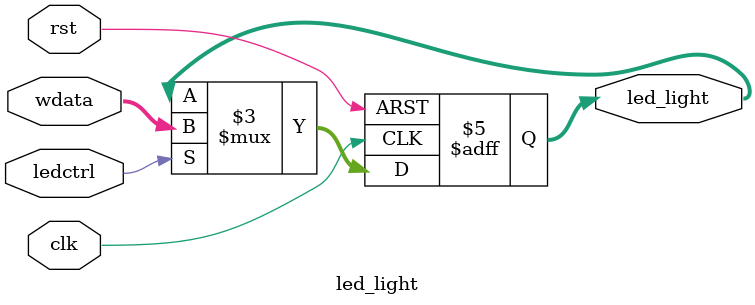
<source format=v>
`timescale 1ns / 1ps

module led_light(clk,rst,ledctrl,wdata,led_light);
input clk,rst;
input ledctrl;// means that the current station is io write(io presentation)
input[15:0] wdata;// the data should be shown
output reg[15:0] led_light;// output of led

always@(negedge clk or posedge rst) begin
        if(rst) begin
            led_light <= 16'h0000;
        end
		else begin
		    if(ledctrl)
                led_light <= wdata;
            else
                led_light <= led_light;       
        end
end

/*
ÕâÀïµÄÂß¼­ÊÇÓÃstore_data´æ´¢Ã¿´ÎiowriteÊ±ÐÞ¸ÄµÄÊý¾Ý£¬È»ºóÓÃoutmodeÀ´¿ØÖÆÓÃÊ²Ã´À´ÏÔÊ¾
*/

endmodule

</source>
